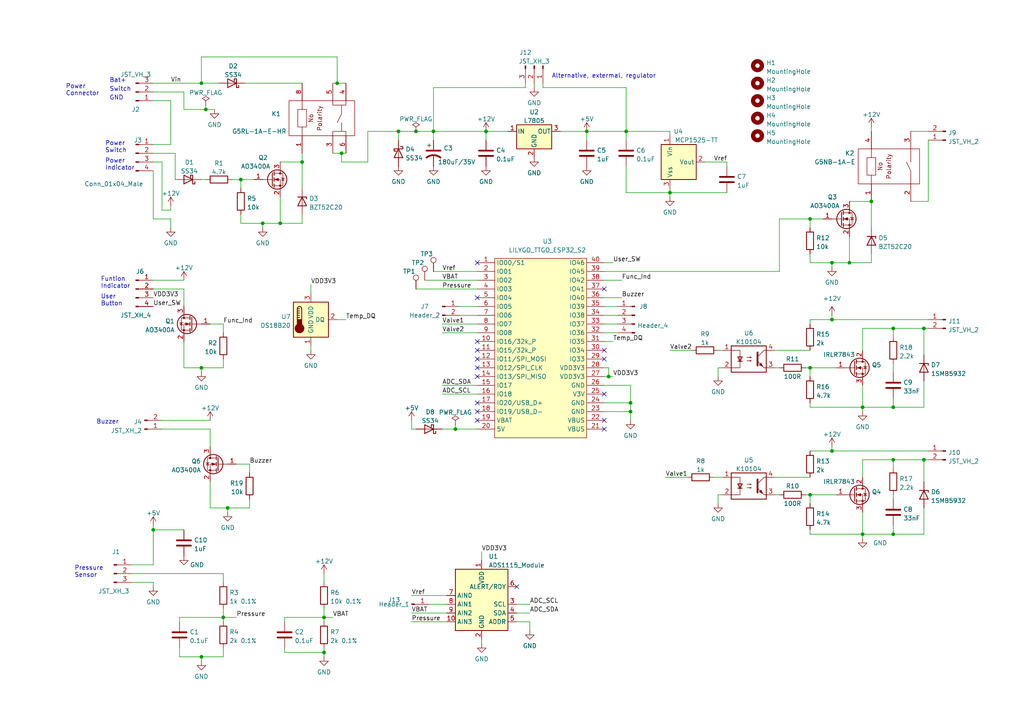
<source format=kicad_sch>
(kicad_sch (version 20230121) (generator eeschema)
  (paper "A4")
  (title_block (title "Autoflate - Tire inflator controller board") (date "2022-11-03") (rev "1.1") (company "Ran Katz"))
  (junction (at 250.19 118.11))
  (junction (at 241.3 76.2))
  (junction (at 69.85 52.07))
  (junction (at 194.31 55.88))
  (junction (at 267.97 133.35))
  (junction (at 234.95 106.68))
  (junction (at 93.98 189.23))
  (junction (at 182.88 116.84))
  (junction (at 170.18 38.1))
  (junction (at 59.69 31.75))
  (junction (at 58.42 106.68))
  (junction (at 66.04 147.32))
  (junction (at 241.3 130.81))
  (junction (at 267.97 95.25))
  (junction (at 140.97 38.1))
  (junction (at 44.45 153.67))
  (junction (at 99.06 44.45))
  (junction (at 132.08 124.46))
  (junction (at 58.42 190.5))
  (junction (at 181.61 38.1))
  (junction (at 234.95 63.5))
  (junction (at 259.08 118.11))
  (junction (at 97.79 24.13))
  (junction (at 64.77 179.07))
  (junction (at 182.88 119.38))
  (junction (at 81.28 64.77))
  (junction (at 87.63 46.99))
  (junction (at 252.73 58.42))
  (junction (at 76.2 64.77))
  (junction (at 246.38 76.2))
  (junction (at 241.3 92.71))
  (junction (at 250.19 154.94))
  (junction (at 234.95 143.51))
  (junction (at 176.53 109.22))
  (junction (at 115.57 38.1))
  (junction (at 259.08 95.25))
  (junction (at 259.08 154.94))
  (junction (at 93.98 179.07))
  (junction (at 259.08 133.35))
  (junction (at 125.73 38.1))
  (junction (at 120.65 38.1))
  (junction (at 58.42 24.13))
  (no_connect (at 175.26 101.6))
  (no_connect (at 138.43 86.36))
  (no_connect (at 149.86 170.18))
  (no_connect (at 175.26 104.14))
  (no_connect (at 175.26 83.82))
  (no_connect (at 138.43 76.2))
  (no_connect (at 138.43 119.38))
  (no_connect (at 138.43 121.92))
  (no_connect (at 138.43 116.84))
  (no_connect (at 138.43 99.06))
  (no_connect (at 138.43 101.6))
  (no_connect (at 138.43 104.14))
  (no_connect (at 138.43 106.68))
  (no_connect (at 138.43 109.22))
  (no_connect (at 175.26 114.3))
  (no_connect (at 175.26 121.92))
  (no_connect (at 175.26 124.46))
  (wire (pts (xy 149.86 175.26) (xy 153.67 175.26)))
  (wire (pts (xy 44.45 49.53) (xy 44.45 63.5)))
  (wire (pts (xy 269.24 58.42) (xy 264.16 58.42)))
  (wire (pts (xy 208.28 143.51) (xy 208.28 146.05)))
  (wire (pts (xy 234.95 106.68) (xy 234.95 109.22)))
  (wire (pts (xy 66.04 147.32) (xy 66.04 148.59)))
  (wire (pts (xy 152.4 25.4) (xy 125.73 25.4)))
  (wire (pts (xy 52.07 190.5) (xy 58.42 190.5)))
  (wire (pts (xy 259.08 95.25) (xy 259.08 97.79)))
  (wire (pts (xy 175.26 96.52) (xy 179.07 96.52)))
  (wire (pts (xy 60.96 139.7) (xy 60.96 147.32)))
  (wire (pts (xy 97.79 24.13) (xy 100.33 24.13)))
  (wire (pts (xy 49.53 60.96) (xy 49.53 59.69)))
  (wire (pts (xy 204.47 46.99) (xy 210.82 46.99)))
  (wire (pts (xy 132.08 124.46) (xy 138.43 124.46)))
  (wire (pts (xy 106.68 46.99) (xy 106.68 38.1)))
  (wire (pts (xy 233.68 106.68) (xy 234.95 106.68)))
  (wire (pts (xy 50.8 44.45) (xy 50.8 52.07)))
  (wire (pts (xy 58.42 190.5) (xy 58.42 191.77)))
  (wire (pts (xy 44.45 44.45) (xy 50.8 44.45)))
  (wire (pts (xy 224.79 143.51) (xy 226.06 143.51)))
  (wire (pts (xy 60.96 124.46) (xy 60.96 129.54)))
  (wire (pts (xy 93.98 189.23) (xy 93.98 190.5)))
  (wire (pts (xy 69.85 52.07) (xy 69.85 54.61)))
  (wire (pts (xy 175.26 111.76) (xy 182.88 111.76)))
  (wire (pts (xy 53.34 31.75) (xy 53.34 26.67)))
  (wire (pts (xy 259.08 152.4) (xy 259.08 154.94)))
  (wire (pts (xy 175.26 88.9) (xy 179.07 88.9)))
  (wire (pts (xy 66.04 147.32) (xy 72.39 147.32)))
  (wire (pts (xy 125.73 38.1) (xy 125.73 40.64)))
  (wire (pts (xy 267.97 110.49) (xy 267.97 118.11)))
  (wire (pts (xy 252.73 58.42) (xy 252.73 66.04)))
  (wire (pts (xy 269.24 95.25) (xy 267.97 95.25)))
  (wire (pts (xy 259.08 105.41) (xy 259.08 107.95)))
  (wire (pts (xy 53.34 83.82) (xy 53.34 88.9)))
  (wire (pts (xy 234.95 106.68) (xy 242.57 106.68)))
  (wire (pts (xy 176.53 106.68) (xy 176.53 109.22)))
  (wire (pts (xy 93.98 166.37) (xy 93.98 168.91)))
  (wire (pts (xy 64.77 176.53) (xy 64.77 179.07)))
  (wire (pts (xy 177.8 99.06) (xy 175.26 99.06)))
  (wire (pts (xy 120.65 124.46) (xy 119.38 124.46)))
  (wire (pts (xy 269.24 133.35) (xy 267.97 133.35)))
  (wire (pts (xy 193.04 138.43) (xy 199.39 138.43)))
  (wire (pts (xy 124.46 175.26) (xy 129.54 175.26)))
  (wire (pts (xy 241.3 76.2) (xy 234.95 76.2)))
  (wire (pts (xy 49.53 63.5) (xy 44.45 63.5)))
  (wire (pts (xy 58.42 190.5) (xy 64.77 190.5)))
  (wire (pts (xy 234.95 73.66) (xy 234.95 76.2)))
  (wire (pts (xy 234.95 154.94) (xy 234.95 153.67)))
  (wire (pts (xy 64.77 166.37) (xy 64.77 168.91)))
  (wire (pts (xy 128.27 111.76) (xy 138.43 111.76)))
  (wire (pts (xy 58.42 52.07) (xy 59.69 52.07)))
  (wire (pts (xy 224.79 138.43) (xy 234.95 138.43)))
  (wire (pts (xy 44.45 46.99) (xy 46.99 46.99)))
  (wire (pts (xy 96.52 44.45) (xy 99.06 44.45)))
  (wire (pts (xy 81.28 64.77) (xy 76.2 64.77)))
  (wire (pts (xy 252.73 76.2) (xy 246.38 76.2)))
  (wire (pts (xy 76.2 64.77) (xy 69.85 64.77)))
  (wire (pts (xy 234.95 63.5) (xy 234.95 66.04)))
  (wire (pts (xy 44.45 153.67) (xy 44.45 152.4)))
  (wire (pts (xy 87.63 64.77) (xy 81.28 64.77)))
  (wire (pts (xy 58.42 106.68) (xy 64.77 106.68)))
  (wire (pts (xy 44.45 41.91) (xy 49.53 41.91)))
  (wire (pts (xy 208.28 106.68) (xy 208.28 109.22)))
  (wire (pts (xy 153.67 180.34) (xy 153.67 182.88)))
  (wire (pts (xy 157.48 25.4) (xy 181.61 25.4)))
  (wire (pts (xy 250.19 154.94) (xy 250.19 156.21)))
  (wire (pts (xy 180.34 81.28) (xy 175.26 81.28)))
  (wire (pts (xy 82.55 187.96) (xy 82.55 189.23)))
  (wire (pts (xy 176.53 109.22) (xy 177.8 109.22)))
  (wire (pts (xy 250.19 118.11) (xy 250.19 119.38)))
  (wire (pts (xy 234.95 92.71) (xy 241.3 92.71)))
  (wire (pts (xy 259.08 95.25) (xy 250.19 95.25)))
  (wire (pts (xy 259.08 133.35) (xy 259.08 135.89)))
  (wire (pts (xy 234.95 118.11) (xy 234.95 116.84)))
  (wire (pts (xy 234.95 93.98) (xy 234.95 92.71)))
  (wire (pts (xy 170.18 38.1) (xy 181.61 38.1)))
  (wire (pts (xy 133.35 88.9) (xy 138.43 88.9)))
  (wire (pts (xy 59.69 30.48) (xy 59.69 31.75)))
  (wire (pts (xy 64.77 179.07) (xy 68.58 179.07)))
  (wire (pts (xy 259.08 115.57) (xy 259.08 118.11)))
  (wire (pts (xy 44.45 163.83) (xy 44.45 153.67)))
  (wire (pts (xy 58.42 16.51) (xy 97.79 16.51)))
  (wire (pts (xy 87.63 62.23) (xy 87.63 64.77)))
  (wire (pts (xy 241.3 91.44) (xy 241.3 92.71)))
  (wire (pts (xy 175.26 93.98) (xy 179.07 93.98)))
  (wire (pts (xy 44.45 168.91) (xy 44.45 170.18)))
  (wire (pts (xy 175.26 86.36) (xy 180.34 86.36)))
  (wire (pts (xy 58.42 16.51) (xy 58.42 24.13)))
  (wire (pts (xy 175.26 78.74) (xy 226.06 78.74)))
  (wire (pts (xy 87.63 44.45) (xy 87.63 46.99)))
  (wire (pts (xy 209.55 106.68) (xy 208.28 106.68)))
  (wire (pts (xy 132.08 123.19) (xy 132.08 124.46)))
  (wire (pts (xy 60.96 147.32) (xy 66.04 147.32)))
  (wire (pts (xy 181.61 25.4) (xy 181.61 38.1)))
  (wire (pts (xy 128.27 114.3) (xy 138.43 114.3)))
  (wire (pts (xy 97.79 16.51) (xy 97.79 24.13)))
  (wire (pts (xy 267.97 147.32) (xy 267.97 154.94)))
  (wire (pts (xy 90.17 101.6) (xy 90.17 100.33)))
  (wire (pts (xy 76.2 64.77) (xy 76.2 66.04)))
  (wire (pts (xy 52.07 179.07) (xy 64.77 179.07)))
  (wire (pts (xy 208.28 101.6) (xy 209.55 101.6)))
  (wire (pts (xy 46.99 124.46) (xy 60.96 124.46)))
  (wire (pts (xy 250.19 148.59) (xy 250.19 154.94)))
  (wire (pts (xy 207.01 138.43) (xy 209.55 138.43)))
  (wire (pts (xy 82.55 179.07) (xy 93.98 179.07)))
  (wire (pts (xy 147.32 38.1) (xy 140.97 38.1)))
  (wire (pts (xy 64.77 93.98) (xy 64.77 96.52)))
  (wire (pts (xy 181.61 40.64) (xy 181.61 38.1)))
  (wire (pts (xy 246.38 76.2) (xy 241.3 76.2)))
  (wire (pts (xy 181.61 55.88) (xy 194.31 55.88)))
  (wire (pts (xy 119.38 180.34) (xy 129.54 180.34)))
  (wire (pts (xy 38.1 168.91) (xy 44.45 168.91)))
  (wire (pts (xy 194.31 39.37) (xy 194.31 38.1)))
  (wire (pts (xy 44.45 83.82) (xy 53.34 83.82)))
  (wire (pts (xy 194.31 54.61) (xy 194.31 55.88)))
  (wire (pts (xy 44.45 81.28) (xy 53.34 81.28)))
  (wire (pts (xy 194.31 55.88) (xy 194.31 57.15)))
  (wire (pts (xy 250.19 118.11) (xy 259.08 118.11)))
  (wire (pts (xy 119.38 172.72) (xy 129.54 172.72)))
  (wire (pts (xy 149.86 177.8) (xy 153.67 177.8)))
  (wire (pts (xy 87.63 46.99) (xy 81.28 46.99)))
  (wire (pts (xy 44.45 153.67) (xy 53.34 153.67)))
  (wire (pts (xy 64.77 93.98) (xy 60.96 93.98)))
  (wire (pts (xy 267.97 95.25) (xy 259.08 95.25)))
  (wire (pts (xy 115.57 38.1) (xy 120.65 38.1)))
  (wire (pts (xy 250.19 111.76) (xy 250.19 118.11)))
  (wire (pts (xy 224.79 101.6) (xy 234.95 101.6)))
  (wire (pts (xy 234.95 130.81) (xy 241.3 130.81)))
  (wire (pts (xy 128.27 96.52) (xy 138.43 96.52)))
  (wire (pts (xy 58.42 106.68) (xy 58.42 107.95)))
  (wire (pts (xy 181.61 48.26) (xy 181.61 55.88)))
  (wire (pts (xy 267.97 118.11) (xy 259.08 118.11)))
  (wire (pts (xy 46.99 46.99) (xy 46.99 60.96)))
  (wire (pts (xy 119.38 124.46) (xy 119.38 121.92)))
  (wire (pts (xy 69.85 62.23) (xy 69.85 64.77)))
  (wire (pts (xy 128.27 124.46) (xy 132.08 124.46)))
  (wire (pts (xy 100.33 92.71) (xy 97.79 92.71)))
  (wire (pts (xy 44.45 29.21) (xy 49.53 29.21)))
  (wire (pts (xy 125.73 78.74) (xy 138.43 78.74)))
  (wire (pts (xy 252.73 73.66) (xy 252.73 76.2)))
  (wire (pts (xy 175.26 116.84) (xy 182.88 116.84)))
  (wire (pts (xy 72.39 134.62) (xy 68.58 134.62)))
  (wire (pts (xy 139.7 160.02) (xy 139.7 162.56)))
  (wire (pts (xy 139.7 185.42) (xy 139.7 186.69)))
  (wire (pts (xy 67.31 52.07) (xy 69.85 52.07)))
  (wire (pts (xy 46.99 121.92) (xy 60.96 121.92)))
  (wire (pts (xy 125.73 38.1) (xy 140.97 38.1)))
  (wire (pts (xy 259.08 143.51) (xy 259.08 144.78)))
  (wire (pts (xy 52.07 187.96) (xy 52.07 190.5)))
  (wire (pts (xy 38.1 163.83) (xy 44.45 163.83)))
  (wire (pts (xy 241.3 92.71) (xy 269.24 92.71)))
  (wire (pts (xy 82.55 189.23) (xy 93.98 189.23)))
  (wire (pts (xy 250.19 133.35) (xy 250.19 138.43)))
  (wire (pts (xy 177.8 76.2) (xy 175.26 76.2)))
  (wire (pts (xy 149.86 180.34) (xy 153.67 180.34)))
  (wire (pts (xy 44.45 24.13) (xy 58.42 24.13)))
  (wire (pts (xy 175.26 119.38) (xy 182.88 119.38)))
  (wire (pts (xy 175.26 91.44) (xy 179.07 91.44)))
  (wire (pts (xy 154.94 24.13) (xy 154.94 25.4)))
  (wire (pts (xy 119.38 177.8) (xy 129.54 177.8)))
  (wire (pts (xy 106.68 38.1) (xy 115.57 38.1)))
  (wire (pts (xy 259.08 133.35) (xy 250.19 133.35)))
  (wire (pts (xy 64.77 104.14) (xy 64.77 106.68)))
  (wire (pts (xy 72.39 144.78) (xy 72.39 147.32)))
  (wire (pts (xy 128.27 93.98) (xy 138.43 93.98)))
  (wire (pts (xy 59.69 31.75) (xy 62.23 31.75)))
  (wire (pts (xy 170.18 38.1) (xy 170.18 40.64)))
  (wire (pts (xy 71.12 24.13) (xy 87.63 24.13)))
  (wire (pts (xy 241.3 76.2) (xy 241.3 77.47)))
  (wire (pts (xy 259.08 154.94) (xy 267.97 154.94)))
  (wire (pts (xy 182.88 116.84) (xy 182.88 119.38)))
  (wire (pts (xy 123.19 81.28) (xy 138.43 81.28)))
  (wire (pts (xy 224.79 106.68) (xy 226.06 106.68)))
  (wire (pts (xy 99.06 44.45) (xy 99.06 46.99)))
  (wire (pts (xy 52.07 180.34) (xy 52.07 179.07)))
  (wire (pts (xy 58.42 24.13) (xy 63.5 24.13)))
  (wire (pts (xy 38.1 166.37) (xy 64.77 166.37)))
  (wire (pts (xy 152.4 24.13) (xy 152.4 25.4)))
  (wire (pts (xy 93.98 179.07) (xy 96.52 179.07)))
  (wire (pts (xy 233.68 143.51) (xy 234.95 143.51)))
  (wire (pts (xy 234.95 63.5) (xy 226.06 63.5)))
  (wire (pts (xy 99.06 44.45) (xy 100.33 44.45)))
  (wire (pts (xy 182.88 111.76) (xy 182.88 116.84)))
  (wire (pts (xy 234.95 143.51) (xy 242.57 143.51)))
  (wire (pts (xy 209.55 143.51) (xy 208.28 143.51)))
  (wire (pts (xy 175.26 109.22) (xy 176.53 109.22)))
  (wire (pts (xy 234.95 154.94) (xy 250.19 154.94)))
  (wire (pts (xy 120.65 38.1) (xy 125.73 38.1)))
  (wire (pts (xy 226.06 63.5) (xy 226.06 78.74)))
  (wire (pts (xy 133.35 91.44) (xy 138.43 91.44)))
  (wire (pts (xy 44.45 26.67) (xy 53.34 26.67)))
  (wire (pts (xy 120.65 83.82) (xy 138.43 83.82)))
  (wire (pts (xy 140.97 38.1) (xy 140.97 40.64)))
  (wire (pts (xy 49.53 41.91) (xy 49.53 29.21)))
  (wire (pts (xy 53.34 99.06) (xy 53.34 106.68)))
  (wire (pts (xy 53.34 31.75) (xy 59.69 31.75)))
  (wire (pts (xy 87.63 46.99) (xy 87.63 54.61)))
  (wire (pts (xy 46.99 60.96) (xy 49.53 60.96)))
  (wire (pts (xy 252.73 58.42) (xy 246.38 58.42)))
  (wire (pts (xy 234.95 143.51) (xy 234.95 146.05)))
  (wire (pts (xy 210.82 46.99) (xy 210.82 48.26)))
  (wire (pts (xy 234.95 63.5) (xy 238.76 63.5)))
  (wire (pts (xy 72.39 134.62) (xy 72.39 137.16)))
  (wire (pts (xy 267.97 95.25) (xy 267.97 102.87)))
  (wire (pts (xy 69.85 52.07) (xy 73.66 52.07)))
  (wire (pts (xy 246.38 68.58) (xy 246.38 76.2)))
  (wire (pts (xy 93.98 187.96) (xy 93.98 189.23)))
  (wire (pts (xy 250.19 95.25) (xy 250.19 101.6)))
  (wire (pts (xy 259.08 154.94) (xy 250.19 154.94)))
  (wire (pts (xy 53.34 106.68) (xy 58.42 106.68)))
  (wire (pts (xy 81.28 57.15) (xy 81.28 64.77)))
  (wire (pts (xy 267.97 133.35) (xy 267.97 139.7)))
  (wire (pts (xy 241.3 130.81) (xy 269.24 130.81)))
  (wire (pts (xy 96.52 24.13) (xy 97.79 24.13)))
  (wire (pts (xy 182.88 119.38) (xy 182.88 121.92)))
  (wire (pts (xy 93.98 179.07) (xy 93.98 180.34)))
  (wire (pts (xy 181.61 38.1) (xy 194.31 38.1)))
  (wire (pts (xy 175.26 106.68) (xy 176.53 106.68)))
  (wire (pts (xy 115.57 38.1) (xy 115.57 40.64)))
  (wire (pts (xy 267.97 133.35) (xy 259.08 133.35)))
  (wire (pts (xy 49.53 66.04) (xy 49.53 63.5)))
  (wire (pts (xy 64.77 190.5) (xy 64.77 187.96)))
  (wire (pts (xy 194.31 55.88) (xy 210.82 55.88)))
  (wire (pts (xy 90.17 82.55) (xy 90.17 85.09)))
  (wire (pts (xy 99.06 46.99) (xy 106.68 46.99)))
  (wire (pts (xy 162.56 38.1) (xy 170.18 38.1)))
  (wire (pts (xy 157.48 24.13) (xy 157.48 25.4)))
  (wire (pts (xy 82.55 180.34) (xy 82.55 179.07)))
  (wire (pts (xy 252.73 36.83) (xy 252.73 38.1)))
  (wire (pts (xy 234.95 118.11) (xy 250.19 118.11)))
  (wire (pts (xy 93.98 176.53) (xy 93.98 179.07)))
  (wire (pts (xy 125.73 25.4) (xy 125.73 38.1)))
  (wire (pts (xy 241.3 129.54) (xy 241.3 130.81)))
  (wire (pts (xy 269.24 40.64) (xy 269.24 58.42)))
  (wire (pts (xy 64.77 179.07) (xy 64.77 180.34)))
  (wire (pts (xy 264.16 38.1) (xy 269.24 38.1)))
  (wire (pts (xy 194.31 101.6) (xy 200.66 101.6)))
  (text "GND" (at 31.75 29.21 0) (effects (font (size 1.27 1.27)) (justify left bottom)))
  (text "Power\nSwitch" (at 30.48 44.45 0) (effects (font (size 1.27 1.27)) (justify left bottom)))
  (text "Switch" (at 31.75 26.67 0) (effects (font (size 1.27 1.27)) (justify left bottom)))
  (text "Power\nConnector" (at 19.05 27.94 0) (effects (font (size 1.27 1.27)) (justify left bottom)))
  (text "Buzzer" (at 27.94 123.19 0) (effects (font (size 1.27 1.27)) (justify left bottom)))
  (text "Power\nIndicator" (at 30.48 49.53 0) (effects (font (size 1.27 1.27)) (justify left bottom)))
  (text "Bat+" (at 31.75 24.13 0) (effects (font (size 1.27 1.27)) (justify left bottom)))
  (text "Funtion\nIndicator" (at 29.21 83.82 0) (effects (font (size 1.27 1.27)) (justify left bottom)))
  (text "Alternative, extermal, regulator" (at 160.02 22.86 0) (effects (font (size 1.27 1.27)) (justify left bottom)))
  (text "User\nButton" (at 29.21 88.9 0) (effects (font (size 1.27 1.27)) (justify left bottom)))
  (text "Pressure\nSensor" (at 21.59 167.64 0) (effects (font (size 1.27 1.27)) (justify left bottom)))
  (label "Func_Ind" (at 64.77 93.98 0))
  (label "Vref" (at 128.27 78.74 0))
  (label "Valve1" (at 193.04 138.43 0))
  (label "Func_Ind" (at 180.34 81.28 0))
  (label "User_SW" (at 177.8 76.2 0))
  (label "VDD3V3" (at 90.17 82.55 0))
  (label "ADC_SDA" (at 128.27 111.76 0))
  (label "Valve2" (at 128.27 96.52 0))
  (label "VDD3V3" (at 139.7 160.02 0))
  (label "VBAT" (at 119.38 177.8 0))
  (label "Vin" (at 49.53 24.13 0))
  (label "Valve1" (at 128.27 93.98 0))
  (label "ADC_SCL" (at 128.27 114.3 0))
  (label "VDD3V3" (at 44.45 86.36 0))
  (label "Vref" (at 207.01 46.99 0))
  (label "ADC_SDA" (at 153.67 177.8 0))
  (label "Temp_DQ" (at 100.33 92.71 0))
  (label "Vref" (at 119.38 172.72 0))
  (label "Pressure" (at 119.38 180.34 0))
  (label "Buzzer" (at 72.39 134.62 0))
  (label "VBAT" (at 96.52 179.07 0))
  (label "Valve2" (at 194.31 101.6 0))
  (label "VDD3V3" (at 177.8 109.22 0))
  (label "User_SW" (at 44.45 88.9 0))
  (label "Temp_DQ" (at 177.8 99.06 0))
  (label "Pressure" (at 128.27 83.82 0))
  (label "Pressure" (at 68.58 179.07 0))
  (label "VBAT" (at 128.27 81.28 0))
  (label "ADC_SCL" (at 153.67 175.26 0))
  (label "Buzzer" (at 180.34 86.36 0))
  (symbol (lib_id "power:GND") (at 139.7 186.69 0) (unit 1)
    (property "Reference" "#PWR0107" (effects hide))
    (property "Value" "GND" (at 139.7 191.1334 0))
  )
  (symbol (lib_id "Connector:TestPoint") (at 125.73 78.74 0) (unit 1)
    (property "Reference" "TP3" (at 121.92 73.66 0) (effects (justify left)))
    (property "Value" "TestPoint" (effects hide))
    (property "Footprint" "TestPoint:TestPoint_Pad_D1.5mm" (effects hide))
  )
  (symbol (lib_id "Connector:Conn_01x01_Male") (at 119.38 175.26 0) (unit 1)
    (property "Reference" "J13" (at 114.3 173.99 0))
    (property "Value" "Header_1" (at 114.3 175.26 0))
    (property "Footprint" "Connector_PinHeader_2.54mm:PinHeader_1x01_P2.54mm_Vertical" (effects hide))
  )
  (symbol (lib_id "power:GND") (at 66.04 148.59 0) (mirror y) (unit 1)
    (property "Reference" "#PWR04" (effects hide))
    (property "Value" "GND" (at 66.04 153.0334 0))
  )
  (symbol (lib_id "Connector:Conn_01x03_Male") (at 39.37 26.67 0) (mirror x) (unit 1)
    (property "Reference" "J2" (at 39.37 31.75 0))
    (property "Value" "JST_VH_3" (at 39.37 21.59 0))
    (property "Footprint" "Connector_JST:JST_VH_B3P-VH_1x03_P3.96mm_Vertical" (effects hide))
  )
  (symbol (lib_id "Device:R") (at 69.85 58.42 0) (unit 1)
    (property "Reference" "R5" (at 71.628 57.5853 0) (effects (justify left)))
    (property "Value" "10k" (at 71.628 60.1222 0) (effects (justify left)))
    (property "Footprint" "Resistor_SMD:R_0805_2012Metric_Pad1.20x1.40mm_HandSolder" (effects hide))
  )
  (symbol (lib_id "Device:Q_NMOS_GDS") (at 247.65 143.51 0) (unit 1)
    (property "Reference" "Q4" (at 252.857 142.6753 0) (effects (justify left)))
    (property "Value" "IRLR7843" (at 238.76 139.7 0) (effects (justify left)))
    (property "Footprint" "Package_TO_SOT_SMD:TO-252-2" (effects hide))
    (property "Datasheet" "http://www.irf.com/product-info/datasheets/data/irlr7843.pdf" (effects hide))
  )
  (symbol (lib_id "Device:D_Schottky") (at 67.31 24.13 180) (unit 1)
    (property "Reference" "D2" (at 67.6275 19.1602 0))
    (property "Value" "SS34" (at 67.6275 21.6971 0))
    (property "Footprint" "Diode_SMD:D_SMA" (effects hide))
  )
  (symbol (lib_id "Device:R") (at 259.08 139.7 180) (unit 1)
    (property "Reference" "R17" (at 260.858 138.8653 0) (effects (justify right)))
    (property "Value" "2.2k" (at 260.858 141.4022 0) (effects (justify right)))
    (property "Footprint" "Resistor_SMD:R_0805_2012Metric_Pad1.20x1.40mm_HandSolder" (effects hide))
  )
  (symbol (lib_id "Regulator_Linear:L7805") (at 154.94 38.1 0) (unit 1)
    (property "Reference" "U2" (at 154.94 32.4952 0))
    (property "Value" "L7805" (at 154.94 35.0321 0))
    (property "Footprint" "NIghtmechanic:ST_D2PAK" (effects hide))
    (property "Datasheet" "http://www.st.com/content/ccc/resource/technical/document/datasheet/41/4f/b3/b0/12/d4/47/88/CD00000444.pdf/files/CD00000444.pdf/jcr:content/translations/en.CD00000444.pdf" (effects hide))
  )
  (symbol (lib_id "power:+12V") (at 241.3 91.44 0) (unit 1)
    (property "Reference" "#PWR0131" (effects hide))
    (property "Value" "+12V" (at 241.3 86.5942 0))
  )
  (symbol (lib_id "Mechanical:MountingHole") (at 219.71 29.21 0) (unit 1)
    (property "Reference" "H3" (at 222.25 28.3753 0) (effects (justify left)))
    (property "Value" "MountingHole" (at 222.25 30.9122 0) (effects (justify left)))
    (property "Footprint" "MountingHole:MountingHole_3.2mm_M3" (effects hide))
  )
  (symbol (lib_id "NIghtmechanic:K10104") (at 217.17 140.97 0) (unit 1)
    (property "Reference" "U5" (at 217.17 133.4602 0))
    (property "Value" "K10104" (at 217.17 135.9971 0))
    (property "Footprint" "NIghtmechanic:K10104X" (effects hide))
    (property "Datasheet" "http://www.cosmo-ic.com/object/products/K1010.pdf" (effects hide))
  )
  (symbol (lib_id "Device:D_Schottky") (at 54.61 52.07 180) (unit 1)
    (property "Reference" "D1" (at 54.9275 47.1002 0))
    (property "Value" "SS34" (at 54.9275 49.6371 0))
    (property "Footprint" "Diode_SMD:D_SMA" (effects hide))
  )
  (symbol (lib_id "Device:C") (at 259.08 148.59 0) (unit 1)
    (property "Reference" "C8" (at 262.001 147.7553 0) (effects (justify left)))
    (property "Value" "33nF" (at 262.001 150.2922 0) (effects (justify left)))
    (property "Footprint" "Capacitor_SMD:C_0805_2012Metric_Pad1.18x1.45mm_HandSolder" (effects hide))
  )
  (symbol (lib_id "NIghtmechanic:LILYGO_TTGO_ESP32_S2") (at 158.75 101.6 0) (unit 1)
    (property "Reference" "U3" (at 158.75 70.011 0))
    (property "Value" "LILYGO_TTGO_ESP32_S2" (at 158.75 72.5479 0))
    (property "Footprint" "NIghtmechanic:LILYGO_TTGO_ESP32_S2" (effects hide))
    (property "Datasheet" "http://www.lilygo.cn/prod_view.aspx?TypeId=50063&Id=1300&FId=t3:50063:3" (effects hide))
  )
  (symbol (lib_id "Device:R") (at 204.47 101.6 90) (unit 1)
    (property "Reference" "R9" (at 204.47 96.8842 90))
    (property "Value" "1k" (at 204.47 99.4211 90))
    (property "Footprint" "Resistor_SMD:R_0805_2012Metric_Pad1.20x1.40mm_HandSolder" (effects hide))
  )
  (symbol (lib_id "Device:C") (at 181.61 44.45 0) (unit 1)
    (property "Reference" "C6" (at 184.531 43.6153 0) (effects (justify left)))
    (property "Value" "0.1uF" (at 184.531 46.1522 0) (effects (justify left)))
    (property "Footprint" "Capacitor_SMD:C_0805_2012Metric_Pad1.18x1.45mm_HandSolder" (effects hide))
  )
  (symbol (lib_id "power:GND") (at 140.97 48.26 0) (unit 1)
    (property "Reference" "#PWR0123" (effects hide))
    (property "Value" "GND" (at 140.97 52.7034 0))
  )
  (symbol (lib_id "Transistor_FET:AO3400A") (at 55.88 93.98 0) (mirror y) (unit 1)
    (property "Reference" "Q1" (at 50.673 93.1453 0) (effects (justify left)))
    (property "Value" "AO3400A" (at 50.673 95.6822 0) (effects (justify left)))
    (property "Footprint" "Package_TO_SOT_SMD:SOT-23" (effects hide))
    (property "Datasheet" "http://www.aosmd.com/pdfs/datasheet/AO3400A.pdf" (effects hide))
  )
  (symbol (lib_id "Device:R") (at 64.77 184.15 0) (unit 1)
    (property "Reference" "R4" (at 66.548 183.3153 0) (effects (justify left)))
    (property "Value" "2k 0.1%" (at 66.548 185.8522 0) (effects (justify left)))
    (property "Footprint" "Resistor_SMD:R_0805_2012Metric_Pad1.20x1.40mm_HandSolder" (effects hide))
  )
  (symbol (lib_id "Device:R") (at 234.95 113.03 180) (unit 1)
    (property "Reference" "R16" (at 236.728 112.1953 0) (effects (justify right)))
    (property "Value" "4.7k" (at 236.728 114.7322 0) (effects (justify right)))
    (property "Footprint" "Resistor_SMD:R_0805_2012Metric_Pad1.20x1.40mm_HandSolder" (effects hide))
  )
  (symbol (lib_id "Connector:Conn_01x04_Male") (at 39.37 44.45 0) (unit 1)
    (property "Reference" "J3" (at 40.005 40.674 0))
    (property "Value" "Conn_01x04_Male" (at 33.02 53.34 0))
    (property "Footprint" "Connector_JST:JST_XH_B4B-XH-A_1x04_P2.50mm_Vertical" (effects hide))
  )
  (symbol (lib_id "Connector:Conn_01x02_Male") (at 274.32 40.64 180) (unit 1)
    (property "Reference" "J9" (at 275.0312 38.5353 0) (effects (justify right)))
    (property "Value" "JST_VH_2" (at 275.0312 41.0722 0) (effects (justify right)))
    (property "Footprint" "Connector_JST:JST_VH_B2P-VH_1x02_P3.96mm_Vertical" (effects hide))
  )
  (symbol (lib_id "power:GND") (at 76.2 66.04 0) (unit 1)
    (property "Reference" "#PWR0101" (effects hide))
    (property "Value" "GND" (at 76.2 70.4834 0))
  )
  (symbol (lib_id "Connector:Conn_01x02_Male") (at 128.27 88.9 0) (unit 1)
    (property "Reference" "J7" (at 123.19 88.9 0))
    (property "Value" "Header_2" (at 123.19 91.44 0))
    (property "Footprint" "Connector_PinHeader_2.54mm:PinHeader_1x02_P2.54mm_Vertical" (effects hide))
  )
  (symbol (lib_id "Device:D_Zener") (at 87.63 58.42 270) (unit 1)
    (property "Reference" "D3" (at 89.662 57.5853 90) (effects (justify left)))
    (property "Value" "BZT52C20" (at 89.662 60.1222 90) (effects (justify left)))
    (property "Footprint" "Diode_SMD:D_SOD-123" (effects hide))
    (property "Datasheet" "https://www.vishay.com/docs/85760/bzt52.pdf" (effects hide))
  )
  (symbol (lib_id "Device:Q_NMOS_GDS") (at 247.65 106.68 0) (unit 1)
    (property "Reference" "Q5" (at 252.857 105.8453 0) (effects (justify left)))
    (property "Value" "IRLR7843" (at 238.76 102.87 0) (effects (justify left)))
    (property "Footprint" "Package_TO_SOT_SMD:TO-252-2" (effects hide))
    (property "Datasheet" "http://www.irf.com/product-info/datasheets/data/irlr7843.pdf" (effects hide))
  )
  (symbol (lib_id "power:+12V") (at 241.3 129.54 0) (unit 1)
    (property "Reference" "#PWR0118" (effects hide))
    (property "Value" "+12V" (at 241.3 125.9642 0))
  )
  (symbol (lib_id "power:+12V") (at 140.97 38.1 0) (unit 1)
    (property "Reference" "#PWR0110" (effects hide))
    (property "Value" "+12V" (at 140.97 34.5242 0))
  )
  (symbol (lib_id "NIghtmechanic:G5RL-1A-E-HR") (at 95.25 34.29 90) (unit 1)
    (property "Reference" "K1" (at 78.74 33.02 90) (effects (justify right)))
    (property "Value" "G5RL-1A-E-HR" (at 67.31 38.1 90) (effects (justify right)))
    (property "Footprint" "NIghtmechanic:OMRON_G5RL_1A_E" (effects hide))
    (property "Datasheet" "https://components.omron.com/us-en/products/relays/G5RL" (effects hide))
  )
  (symbol (lib_id "Device:R") (at 64.77 172.72 0) (unit 1)
    (property "Reference" "R3" (at 66.548 171.8853 0) (effects (justify left)))
    (property "Value" "1k 0.1%" (at 66.548 174.4222 0) (effects (justify left)))
    (property "Footprint" "Resistor_SMD:R_0805_2012Metric_Pad1.20x1.40mm_HandSolder" (effects hide))
  )
  (symbol (lib_id "Device:D_Zener") (at 252.73 69.85 270) (unit 1)
    (property "Reference" "D5" (at 254.762 69.0153 90) (effects (justify left)))
    (property "Value" "BZT52C20" (at 254.762 71.5522 90) (effects (justify left)))
    (property "Footprint" "Diode_SMD:D_SOD-123" (effects hide))
    (property "Datasheet" "https://www.vishay.com/docs/85760/bzt52.pdf" (effects hide))
  )
  (symbol (lib_id "power:GND") (at 250.19 119.38 0) (unit 1)
    (property "Reference" "#PWR0130" (effects hide))
    (property "Value" "GND" (at 250.19 123.8234 0))
  )
  (symbol (lib_id "Sensor_Temperature:DS18B20") (at 90.17 92.71 0) (unit 1)
    (property "Reference" "U7" (at 84.328 91.8753 0) (effects (justify right)))
    (property "Value" "DS18B20" (at 84.328 94.4122 0) (effects (justify right)))
    (property "Footprint" "Package_TO_SOT_THT:TO-92_Inline" (effects hide))
    (property "Datasheet" "http://datasheets.maximintegrated.com/en/ds/DS18B20.pdf" (effects hide))
  )
  (symbol (lib_id "Connector:Conn_01x02_Male") (at 41.91 124.46 0) (mirror x) (unit 1)
    (property "Reference" "J4" (at 41.1988 122.3553 0) (effects (justify right)))
    (property "Value" "JST_XH_2" (at 41.1988 124.8922 0) (effects (justify right)))
    (property "Footprint" "Connector_JST:JST_XH_B2B-XH-A_1x02_P2.50mm_Vertical" (effects hide))
  )
  (symbol (lib_id "power:GND") (at 44.45 170.18 0) (unit 1)
    (property "Reference" "#PWR0102" (effects hide))
    (property "Value" "GND" (at 44.45 174.6234 0))
  )
  (symbol (lib_id "Mechanical:MountingHole") (at 219.71 24.13 0) (unit 1)
    (property "Reference" "H2" (at 222.25 23.2953 0) (effects (justify left)))
    (property "Value" "MountingHole" (at 222.25 25.8322 0) (effects (justify left)))
    (property "Footprint" "MountingHole:MountingHole_3.2mm_M3" (effects hide))
  )
  (symbol (lib_id "power:+12V") (at 53.34 81.28 0) (unit 1)
    (property "Reference" "#PWR0113" (effects hide))
    (property "Value" "+12V" (at 53.34 77.7042 0))
  )
  (symbol (lib_id "power:GND") (at 58.42 107.95 0) (mirror y) (unit 1)
    (property "Reference" "#PWR0114" (effects hide))
    (property "Value" "GND" (at 58.42 112.3934 0))
  )
  (symbol (lib_id "NIghtmechanic:ADS1115_Module") (at 139.7 175.26 0) (unit 1)
    (property "Reference" "U1" (at 141.7194 161.4002 0) (effects (justify left)))
    (property "Value" "ADS1115_Module" (at 141.7194 163.9371 0) (effects (justify left)))
    (property "Footprint" "NIghtmechanic:GY-ADS1115" (effects hide))
    (property "Datasheet" "http://www.ti.com/lit/ds/symlink/ads1115.pdf" (effects hide))
  )
  (symbol (lib_id "power:PWR_FLAG") (at 132.08 123.19 0) (unit 1)
    (property "Reference" "#FLG0103" (effects hide))
    (property "Value" "PWR_FLAG" (at 132.08 119.6142 0))
  )
  (symbol (lib_id "Device:D_Zener") (at 267.97 106.68 270) (unit 1)
    (property "Reference" "D7" (at 270.002 105.8453 90) (effects (justify left)))
    (property "Value" "1SMB5932" (at 270.002 108.3822 90) (effects (justify left)))
    (property "Footprint" "Diode_SMD:D_SMB" (effects hide))
    (property "Datasheet" "https://www.onsemi.com/pdf/datasheet/1smb5913bt3-d.pdf" (effects hide))
  )
  (symbol (lib_id "Connector:Conn_01x03_Male") (at 154.94 19.05 270) (unit 1)
    (property "Reference" "J12" (at 152.4 15.24 90))
    (property "Value" "JST_XH_3" (at 154.94 17.78 90))
    (property "Footprint" "Connector_JST:JST_XH_B3B-XH-A_1x03_P2.50mm_Vertical" (effects hide))
  )
  (symbol (lib_id "power:GND") (at 93.98 190.5 0) (unit 1)
    (property "Reference" "#PWR0103" (effects hide))
    (property "Value" "GND" (at 93.98 194.9434 0))
  )
  (symbol (lib_id "power:GND") (at 154.94 45.72 0) (unit 1)
    (property "Reference" "#PWR0124" (effects hide))
    (property "Value" "GND" (at 154.94 50.1634 0))
  )
  (symbol (lib_id "Device:C") (at 52.07 184.15 0) (unit 1)
    (property "Reference" "C1" (at 54.991 183.3153 0) (effects (justify left)))
    (property "Value" "0.1uF" (at 54.991 185.8522 0) (effects (justify left)))
    (property "Footprint" "Capacitor_SMD:C_0805_2012Metric_Pad1.18x1.45mm_HandSolder" (effects hide))
  )
  (symbol (lib_id "Device:C") (at 210.82 52.07 0) (unit 1)
    (property "Reference" "C7" (at 213.741 51.2353 0) (effects (justify left)))
    (property "Value" "1uF" (at 213.741 53.7722 0) (effects (justify left)))
    (property "Footprint" "Capacitor_SMD:C_1206_3216Metric_Pad1.33x1.80mm_HandSolder" (effects hide))
  )
  (symbol (lib_id "power:GND") (at 154.94 25.4 0) (unit 1)
    (property "Reference" "#PWR01" (effects hide))
    (property "Value" "GND" (at 154.94 29.8434 0))
  )
  (symbol (lib_id "Mechanical:MountingHole") (at 219.71 34.29 0) (unit 1)
    (property "Reference" "H4" (at 222.25 33.4553 0) (effects (justify left)))
    (property "Value" "MountingHole" (at 222.25 35.9922 0) (effects (justify left)))
    (property "Footprint" "MountingHole:MountingHole_3.2mm_M3" (effects hide))
  )
  (symbol (lib_id "power:+5V") (at 44.45 152.4 0) (unit 1)
    (property "Reference" "#PWR0105" (effects hide))
    (property "Value" "+5V" (at 44.45 148.8242 0))
  )
  (symbol (lib_id "power:+12V") (at 60.96 121.92 0) (unit 1)
    (property "Reference" "#PWR03" (effects hide))
    (property "Value" "+12V" (at 60.96 118.3442 0))
  )
  (symbol (lib_id "Connector:Conn_01x04_Male") (at 184.15 91.44 0) (mirror y) (unit 1)
    (property "Reference" "J8" (at 185.42 88.9 0) (effects (justify right)))
    (property "Value" "Header_4" (at 184.8612 94.4122 0) (effects (justify right)))
    (property "Footprint" "Connector_PinHeader_2.54mm:PinHeader_1x04_P2.54mm_Vertical" (effects hide))
  )
  (symbol (lib_id "Device:C") (at 259.08 111.76 0) (unit 1)
    (property "Reference" "C9" (at 262.001 110.9253 0) (effects (justify left)))
    (property "Value" "33nF" (at 262.001 113.4622 0) (effects (justify left)))
    (property "Footprint" "Capacitor_SMD:C_0805_2012Metric_Pad1.18x1.45mm_HandSolder" (effects hide))
  )
  (symbol (lib_id "power:GND") (at 90.17 101.6 0) (unit 1)
    (property "Reference" "#PWR02" (effects hide))
    (property "Value" "GND" (at 90.17 106.0434 0))
  )
  (symbol (lib_id "power:+5V") (at 170.18 38.1 0) (unit 1)
    (property "Reference" "#PWR0121" (effects hide))
    (property "Value" "+5V" (at 170.18 34.5242 0))
  )
  (symbol (lib_id "Device:D_Schottky") (at 115.57 44.45 270) (unit 1)
    (property "Reference" "D4" (at 117.602 43.2978 90) (effects (justify left)))
    (property "Value" "SS34" (at 117.602 45.8347 90) (effects (justify left)))
    (property "Footprint" "Diode_SMD:D_SMA" (effects hide))
  )
  (symbol (lib_id "Device:R") (at 203.2 138.43 90) (unit 1)
    (property "Reference" "R8" (at 203.2 133.7142 90))
    (property "Value" "1k" (at 203.2 136.2511 90))
    (property "Footprint" "Resistor_SMD:R_0805_2012Metric_Pad1.20x1.40mm_HandSolder" (effects hide))
  )
  (symbol (lib_id "power:GND") (at 53.34 161.29 0) (unit 1)
    (property "Reference" "#PWR0126" (effects hide))
    (property "Value" "GND" (at 57.15 163.83 0))
  )
  (symbol (lib_id "Device:C_Polarized_US") (at 125.73 44.45 0) (unit 1)
    (property "Reference" "C3" (at 128.651 42.9803 0) (effects (justify left)))
    (property "Value" "180uF/35V" (at 127 46.99 0) (effects (justify left)))
    (property "Footprint" "Capacitor_THT:CP_Radial_D12.5mm_P5.00mm" (effects hide))
  )
  (symbol (lib_id "power:GND") (at 241.3 77.47 0) (unit 1)
    (property "Reference" "#PWR0129" (effects hide))
    (property "Value" "GND" (at 241.3 81.9134 0))
  )
  (symbol (lib_id "Device:R") (at 259.08 101.6 180) (unit 1)
    (property "Reference" "R18" (at 260.858 100.7653 0) (effects (justify right)))
    (property "Value" "2.2k" (at 260.858 103.3022 0) (effects (justify right)))
    (property "Footprint" "Resistor_SMD:R_0805_2012Metric_Pad1.20x1.40mm_HandSolder" (effects hide))
  )
  (symbol (lib_id "power:GND") (at 250.19 156.21 0) (unit 1)
    (property "Reference" "#PWR0120" (effects hide))
    (property "Value" "GND" (at 255.27 157.48 0))
  )
  (symbol (lib_id "power:GND") (at 153.67 182.88 0) (unit 1)
    (property "Reference" "#PWR0112" (effects hide))
    (property "Value" "GND" (at 153.67 187.3234 0))
  )
  (symbol (lib_id "Device:R") (at 234.95 149.86 180) (unit 1)
    (property "Reference" "R14" (at 236.728 149.0253 0) (effects (justify right)))
    (property "Value" "4.7k" (at 236.728 151.5622 0) (effects (justify right)))
    (property "Footprint" "Resistor_SMD:R_0805_2012Metric_Pad1.20x1.40mm_HandSolder" (effects hide))
  )
  (symbol (lib_id "Transistor_FET:AO3400A") (at 63.5 134.62 0) (mirror y) (unit 1)
    (property "Reference" "Q6" (at 58.293 133.7853 0) (effects (justify left)))
    (property "Value" "AO3400A" (at 58.293 136.3222 0) (effects (justify left)))
    (property "Footprint" "Package_TO_SOT_SMD:SOT-23" (effects hide))
    (property "Datasheet" "http://www.aosmd.com/pdfs/datasheet/AO3400A.pdf" (effects hide))
  )
  (symbol (lib_id "Mechanical:MountingHole") (at 219.71 19.05 0) (unit 1)
    (property "Reference" "H1" (at 222.25 18.2153 0) (effects (justify left)))
    (property "Value" "MountingHole" (at 222.25 20.7522 0) (effects (justify left)))
    (property "Footprint" "MountingHole:MountingHole_3.2mm_M3" (effects hide))
  )
  (symbol (lib_id "Mechanical:MountingHole") (at 219.71 39.37 0) (unit 1)
    (property "Reference" "H5" (at 222.25 38.5353 0) (effects (justify left)))
    (property "Value" "MountingHole" (at 222.25 41.0722 0) (effects (justify left)))
    (property "Footprint" "MountingHole:MountingHole_3.2mm_M3" (effects hide))
  )
  (symbol (lib_id "Device:R") (at 229.87 106.68 90) (unit 1)
    (property "Reference" "R11" (at 229.87 104.14 90))
    (property "Value" "100R" (at 229.87 109.22 90))
    (property "Footprint" "Resistor_SMD:R_0805_2012Metric_Pad1.20x1.40mm_HandSolder" (effects hide))
  )
  (symbol (lib_id "Device:R") (at 234.95 97.79 180) (unit 1)
    (property "Reference" "R15" (at 236.728 96.9553 0) (effects (justify right)))
    (property "Value" "2k" (at 236.728 99.4922 0) (effects (justify right)))
    (property "Footprint" "Resistor_SMD:R_0805_2012Metric_Pad1.20x1.40mm_HandSolder" (effects hide))
  )
  (symbol (lib_id "Reference_Voltage:MCP1525-TT") (at 194.31 46.99 0) (unit 1)
    (property "Reference" "U4" (at 198.12 38.1 0) (effects (justify right)))
    (property "Value" "MCP1525-TT" (at 208.28 40.64 0) (effects (justify right)))
    (property "Footprint" "Package_TO_SOT_SMD:SOT-23" (effects hide))
    (property "Datasheet" "http://ww1.microchip.com/downloads/en/devicedoc/21653b.pdf" (effects hide))
  )
  (symbol (lib_id "Device:R") (at 93.98 184.15 0) (unit 1)
    (property "Reference" "R7" (at 95.758 183.3153 0) (effects (justify left)))
    (property "Value" "2k 0.1%" (at 95.758 185.8522 0) (effects (justify left)))
    (property "Footprint" "Resistor_SMD:R_0805_2012Metric_Pad1.20x1.40mm_HandSolder" (effects hide))
  )
  (symbol (lib_id "Device:R") (at 63.5 52.07 90) (unit 1)
    (property "Reference" "R1" (at 63.5 47.3542 90))
    (property "Value" "4.7k" (at 63.5 49.8911 90))
    (property "Footprint" "Resistor_SMD:R_0805_2012Metric_Pad1.20x1.40mm_HandSolder" (effects hide))
  )
  (symbol (lib_id "power:GND") (at 208.28 109.22 0) (unit 1)
    (property "Reference" "#PWR0132" (effects hide))
    (property "Value" "GND" (at 208.28 113.6634 0))
  )
  (symbol (lib_id "Device:R") (at 234.95 69.85 0) (unit 1)
    (property "Reference" "R12" (at 236.728 69.0153 0) (effects (justify left)))
    (property "Value" "10k" (at 236.728 71.5522 0) (effects (justify left)))
    (property "Footprint" "Resistor_SMD:R_0805_2012Metric_Pad1.20x1.40mm_HandSolder" (effects hide))
  )
  (symbol (lib_id "power:+12V") (at 252.73 36.83 0) (unit 1)
    (property "Reference" "#PWR0128" (effects hide))
    (property "Value" "+12V" (at 252.73 33.2542 0))
  )
  (symbol (lib_id "Device:C") (at 82.55 184.15 0) (unit 1)
    (property "Reference" "C2" (at 85.471 183.3153 0) (effects (justify left)))
    (property "Value" "0.1uF" (at 85.471 185.8522 0) (effects (justify left)))
    (property "Footprint" "Capacitor_SMD:C_0805_2012Metric_Pad1.18x1.45mm_HandSolder" (effects hide))
  )
  (symbol (lib_id "Device:R") (at 72.39 140.97 0) (mirror y) (unit 1)
    (property "Reference" "R19" (at 70.612 140.1353 0) (effects (justify left)))
    (property "Value" "10k" (at 70.612 142.6722 0) (effects (justify left)))
    (property "Footprint" "Resistor_SMD:R_0805_2012Metric_Pad1.20x1.40mm_HandSolder" (effects hide))
  )
  (symbol (lib_id "Device:C") (at 170.18 44.45 0) (unit 1)
    (property "Reference" "C5" (at 173.101 43.6153 0) (effects (justify left)))
    (property "Value" "1uF" (at 173.101 46.1522 0) (effects (justify left)))
    (property "Footprint" "Capacitor_SMD:C_1206_3216Metric_Pad1.33x1.80mm_HandSolder" (effects hide))
  )
  (symbol (lib_id "Device:D_Zener") (at 267.97 143.51 270) (unit 1)
    (property "Reference" "D6" (at 270.002 142.6753 90) (effects (justify left)))
    (property "Value" "1SMB5932" (at 270.002 145.2122 90) (effects (justify left)))
    (property "Footprint" "Diode_SMD:D_SMB" (effects hide))
    (property "Datasheet" "https://www.onsemi.com/pdf/datasheet/1smb5913bt3-d.pdf" (effects hide))
  )
  (symbol (lib_id "Device:D_Schottky") (at 124.46 124.46 180) (unit 1)
    (property "Reference" "D8" (at 124.7775 119.4902 0))
    (property "Value" "SS34" (at 124.7775 122.0271 0))
    (property "Footprint" "Diode_SMD:D_SMA" (effects hide))
  )
  (symbol (lib_id "power:+12V") (at 49.53 59.69 0) (unit 1)
    (property "Reference" "#PWR0115" (effects hide))
    (property "Value" "+12V" (at 49.53 56.1142 0))
  )
  (symbol (lib_id "Transistor_FET:AO3400A") (at 78.74 52.07 0) (unit 1)
    (property "Reference" "Q2" (at 74.93 45.72 0) (effects (justify left)))
    (property "Value" "AO3400A" (at 69.85 48.26 0) (effects (justify left)))
    (property "Footprint" "Package_TO_SOT_SMD:SOT-23" (effects hide))
    (property "Datasheet" "http://www.aosmd.com/pdfs/datasheet/AO3400A.pdf" (effects hide))
  )
  (symbol (lib_id "power:GND") (at 49.53 66.04 0) (unit 1)
    (property "Reference" "#PWR0116" (effects hide))
    (property "Value" "GND" (at 49.53 70.4834 0))
  )
  (symbol (lib_id "power:PWR_FLAG") (at 59.69 30.48 0) (unit 1)
    (property "Reference" "#FLG0101" (effects hide))
    (property "Value" "PWR_FLAG" (at 59.69 26.9042 0))
  )
  (symbol (lib_id "Connector:Conn_01x02_Male") (at 274.32 92.71 0) (mirror y) (unit 1)
    (property "Reference" "J11" (at 275.0312 93.1453 0) (effects (justify right)))
    (property "Value" "JST_VH_2" (at 275.0312 95.6822 0) (effects (justify right)))
    (property "Footprint" "Connector_JST:JST_VH_B2P-VH_1x02_P3.96mm_Vertical" (effects hide))
  )
  (symbol (lib_id "Device:C") (at 140.97 44.45 0) (unit 1)
    (property "Reference" "C4" (at 143.891 43.6153 0) (effects (justify left)))
    (property "Value" "0.1uF" (at 143.891 46.1522 0) (effects (justify left)))
    (property "Footprint" "Capacitor_SMD:C_0805_2012Metric_Pad1.18x1.45mm_HandSolder" (effects hide))
  )
  (symbol (lib_id "power:GND") (at 170.18 48.26 0) (unit 1)
    (property "Reference" "#PWR0122" (effects hide))
    (property "Value" "GND" (at 170.18 52.7034 0))
  )
  (symbol (lib_id "power:GND") (at 194.31 57.15 0) (unit 1)
    (property "Reference" "#PWR0125" (effects hide))
    (property "Value" "GND" (at 194.31 61.5934 0))
  )
  (symbol (lib_id "power:GND") (at 58.42 191.77 0) (unit 1)
    (property "Reference" "#PWR0104" (effects hide))
    (property "Value" "GND" (at 58.42 196.2134 0))
  )
  (symbol (lib_id "Connector:TestPoint") (at 120.65 83.82 0) (unit 1)
    (property "Reference" "TP1" (at 116.84 78.74 0) (effects (justify left)))
    (property "Value" "TestPoint" (effects hide))
    (property "Footprint" "TestPoint:TestPoint_Pad_D1.5mm" (effects hide))
  )
  (symbol (lib_id "Connector:Conn_01x04_Male") (at 39.37 83.82 0) (unit 1)
    (property "Reference" "J6" (at 40.64 78.74 0))
    (property "Value" "JST_XH_4" (at 39.37 91.44 0))
    (property "Footprint" "Connector_JST:JST_XH_B4B-XH-A_1x04_P2.50mm_Vertical" (effects hide))
  )
  (symbol (lib_id "power:GND") (at 125.73 48.26 0) (unit 1)
    (property "Reference" "#PWR0111" (effects hide))
    (property "Value" "GND" (at 125.73 52.7034 0))
  )
  (symbol (lib_id "Device:C") (at 53.34 157.48 0) (unit 1)
    (property "Reference" "C10" (at 56.261 156.6453 0) (effects (justify left)))
    (property "Value" "1uF" (at 56.261 159.1822 0) (effects (justify left)))
    (property "Footprint" "Capacitor_SMD:C_1206_3216Metric_Pad1.33x1.80mm_HandSolder" (effects hide))
  )
  (symbol (lib_id "Device:R") (at 229.87 143.51 90) (unit 1)
    (property "Reference" "R10" (at 229.87 140.97 90))
    (property "Value" "100R" (at 229.87 146.05 90))
    (property "Footprint" "Resistor_SMD:R_0805_2012Metric_Pad1.20x1.40mm_HandSolder" (effects hide))
  )
  (symbol (lib_id "power:+12V") (at 93.98 166.37 0) (unit 1)
    (property "Reference" "#PWR0106" (effects hide))
    (property "Value" "+12V" (at 93.98 162.7942 0))
  )
  (symbol (lib_id "Connector:Conn_01x03_Male") (at 33.02 166.37 0) (unit 1)
    (property "Reference" "J1" (at 33.655 160.054 0))
    (property "Value" "JST_XH_3" (at 33.02 171.45 0))
    (property "Footprint" "Connector_JST:JST_XH_B3B-XH-A_1x03_P2.50mm_Vertical" (effects hide))
  )
  (symbol (lib_id "power:+5V") (at 119.38 121.92 0) (unit 1)
    (property "Reference" "#PWR0108" (effects hide))
    (property "Value" "+5V" (at 119.38 118.3442 0))
  )
  (symbol (lib_id "Device:R") (at 64.77 100.33 0) (mirror y) (unit 1)
    (property "Reference" "R2" (at 62.992 99.4953 0) (effects (justify left)))
    (property "Value" "10k" (at 62.992 102.0322 0) (effects (justify left)))
    (property "Footprint" "Resistor_SMD:R_0805_2012Metric_Pad1.20x1.40mm_HandSolder" (effects hide))
  )
  (symbol (lib_id "power:GND") (at 115.57 48.26 0) (unit 1)
    (property "Reference" "#PWR0109" (effects hide))
    (property "Value" "GND" (at 115.57 52.7034 0))
  )
  (symbol (lib_id "NIghtmechanic:G5NB-1A-E") (at 260.35 48.26 90) (unit 1)
    (property "Reference" "K2" (at 245.11 44.45 90) (effects (justify right)))
    (property "Value" "G5NB-1A-E" (at 236.22 46.99 90) (effects (justify right)))
    (property "Footprint" "NIghtmechanic:OMRON_G5NB_1A" (effects hide))
    (property "Datasheet" "https://components.omron.com/us-en/datasheet_pdf/J143-E1.pdf" (effects hide))
  )
  (symbol (lib_id "Connector:Conn_01x02_Male") (at 274.32 130.81 0) (mirror y) (unit 1)
    (property "Reference" "J10" (at 275.0312 131.2453 0) (effects (justify right)))
    (property "Value" "JST_VH_2" (at 275.0312 133.7822 0) (effects (justify right)))
    (property "Footprint" "Connector_JST:JST_VH_B2P-VH_1x02_P3.96mm_Vertical" (effects hide))
  )
  (symbol (lib_id "Device:R") (at 93.98 172.72 0) (unit 1)
    (property "Reference" "R6" (at 95.758 171.8853 0) (effects (justify left)))
    (property "Value" "10k 0.1%" (at 95.758 174.4222 0) (effects (justify left)))
    (property "Footprint" "Resistor_SMD:R_0805_2012Metric_Pad1.20x1.40mm_HandSolder" (effects hide))
  )
  (symbol (lib_id "Connector:TestPoint") (at 123.19 81.28 0) (unit 1)
    (property "Reference" "TP2" (at 119.38 76.2 0) (effects (justify left)))
    (property "Value" "TestPoint" (effects hide))
    (property "Footprint" "TestPoint:TestPoint_Pad_D1.5mm" (effects hide))
  )
  (symbol (lib_id "power:GND") (at 208.28 146.05 0) (unit 1)
    (property "Reference" "#PWR0119" (effects hide))
    (property "Value" "GND" (at 208.28 150.4934 0))
  )
  (symbol (lib_id "power:PWR_FLAG") (at 120.65 38.1 0) (unit 1)
    (property "Reference" "#FLG0102" (effects hide))
    (property "Value" "PWR_FLAG" (at 120.65 34.5242 0))
  )
  (symbol (lib_id "power:GND") (at 182.88 121.92 0) (unit 1)
    (property "Reference" "#PWR0127" (effects hide))
    (property "Value" "GND" (at 182.88 126.3634 0))
  )
  (symbol (lib_id "power:GND") (at 62.23 31.75 0) (unit 1)
    (property "Reference" "#PWR0117" (effects hide))
    (property "Value" "GND" (at 62.23 36.1934 0))
  )
  (symbol (lib_id "NIghtmechanic:K10104") (at 217.17 104.14 0) (unit 1)
    (property "Reference" "U6" (at 217.17 96.6302 0))
    (property "Value" "K10104" (at 217.17 99.1671 0))
    (property "Footprint" "NIghtmechanic:K10104X" (effects hide))
    (property "Datasheet" "http://www.cosmo-ic.com/object/products/K1010.pdf" (effects hide))
  )
  (symbol (lib_id "Device:R") (at 234.95 134.62 180) (unit 1)
    (property "Reference" "R13" (at 236.728 133.7853 0) (effects (justify right)))
    (property "Value" "2k" (at 236.728 136.3222 0) (effects (justify right)))
    (property "Footprint" "Resistor_SMD:R_0805_2012Metric_Pad1.20x1.40mm_HandSolder" (effects hide))
  )
  (symbol (lib_id "Transistor_FET:AO3400A") (at 243.84 63.5 0) (unit 1)
    (property "Reference" "Q3" (at 240.03 57.15 0) (effects (justify left)))
    (property "Value" "AO3400A" (at 234.95 59.69 0) (effects (justify left)))
    (property "Footprint" "Package_TO_SOT_SMD:SOT-23" (effects hide))
    (property "Datasheet" "http://www.aosmd.com/pdfs/datasheet/AO3400A.pdf" (effects hide))
  )
)
</source>
